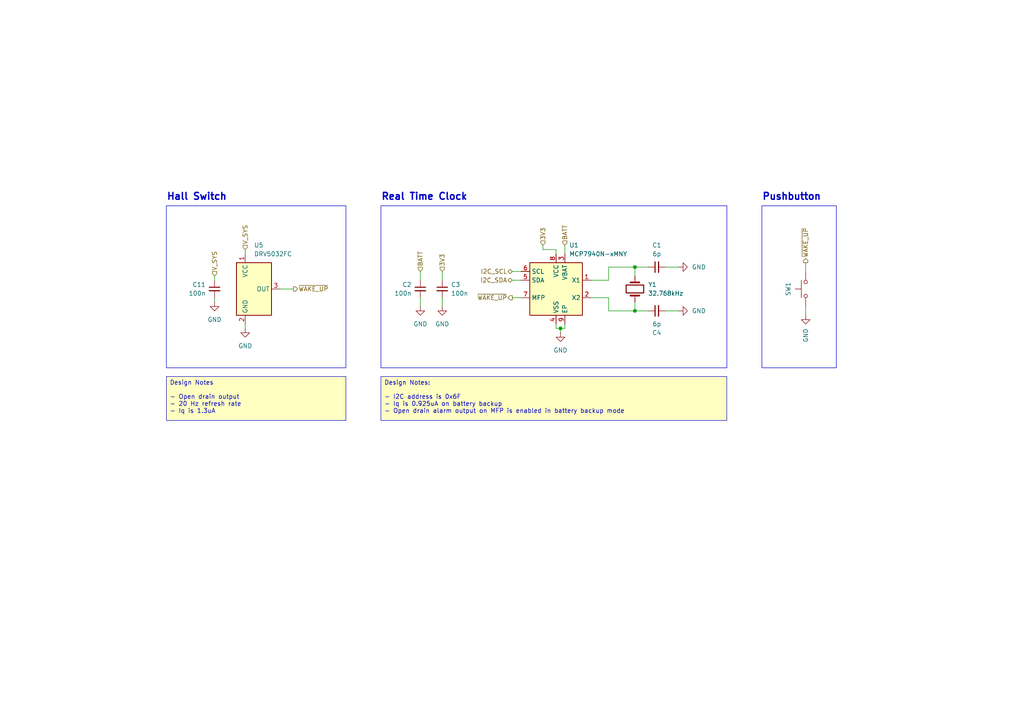
<source format=kicad_sch>
(kicad_sch (version 20250114) (generator "eeschema") (generator_version "9.0")
  (paper "A4")
  (title_block (title "${PROJECT_NAME}") (date "2024-12-01") (comment 1 "Designed by Gus Workman") (comment 4 "Open-drain wakeup sources"))
  (lib_symbols
    (symbol "Device:C_Small" (pin_numbers (hide yes)) (pin_names (offset 0.254) (hide yes))
      (property "Reference" "C" (at 0.254 1.778 0))
      (property "Value" "C_Small" (at 0.254 -2.032 0))
      (symbol "C_Small_0_1"
        (polyline (pts (xy -1.524 0.508) (xy 1.524 0.508)) (stroke (width 0.3048)))
        (polyline (pts (xy -1.524 -0.508) (xy 1.524 -0.508)) (stroke (width 0.3302)))
      )
      (symbol "C_Small_1_1"
        (pin passive line (at 0 2.54 270) (length 2.032) (name "~") (number "1"))
        (pin passive line (at 0 -2.54 90) (length 2.032) (name "~") (number "2"))
      )
    )
    (symbol "Device:Crystal" (pin_numbers (hide yes)) (pin_names (offset 1.016) (hide yes))
      (property "Reference" "Y" (at 0 3.81 0))
      (property "Value" "Crystal" (at 0 -3.81 0))
      (symbol "Crystal_0_1"
        (polyline (pts (xy -2.54 0) (xy -1.905 0)))
        (polyline (pts (xy -1.905 -1.27) (xy -1.905 1.27)) (stroke (width 0.508)))
        (rectangle (start -1.143 2.54) (end 1.143 -2.54) (stroke (width 0.3048)))
        (polyline (pts (xy 1.905 -1.27) (xy 1.905 1.27)) (stroke (width 0.508)))
        (polyline (pts (xy 2.54 0) (xy 1.905 0)))
      )
      (symbol "Crystal_1_1"
        (pin passive line (at -3.81 0 0) (length 1.27) (name "1") (number "1"))
        (pin passive line (at 3.81 0 180) (length 1.27) (name "2") (number "2"))
      )
    )
    (symbol "Switch:SW_Push" (pin_numbers (hide yes)) (pin_names (offset 1.016) (hide yes))
      (property "Reference" "SW" (at 1.27 2.54 0))
      (property "Value" "SW_Push" (at 0 -1.524 0))
      (symbol "SW_Push_0_1"
        (circle (center -2.032 0) (radius 0.508))
        (polyline (pts (xy 0 1.27) (xy 0 3.048)))
        (circle (center 2.032 0) (radius 0.508))
        (polyline (pts (xy 2.54 1.27) (xy -2.54 1.27)))
        (pin passive line (at -5.08 0 0) (length 2.54) (name "1") (number "1"))
        (pin passive line (at 5.08 0 180) (length 2.54) (name "2") (number "2"))
      )
    )
    (symbol "Timer_RTC:MCP7940N-xMNY"
      (property "Reference" "U" (at -6.35 8.89 0))
      (property "Value" "MCP7940N-xMNY" (at 11.43 8.89 0))
      (symbol "MCP7940N-xMNY_0_1"
        (rectangle (start -7.62 7.62) (end 7.62 -7.62) (stroke (width 0.254)) (fill (type background)))
      )
      (symbol "MCP7940N-xMNY_1_1"
        (pin input line (at -10.16 5.08 0) (length 2.54) (name "SCL") (number "6"))
        (pin bidirectional line (at -10.16 2.54 0) (length 2.54) (name "SDA") (number "5"))
        (pin open_collector line (at -10.16 -2.54 0) (length 2.54) (name "MFP") (number "7"))
        (pin power_in line (at 0 10.16 270) (length 2.54) (name "VCC") (number "8"))
        (pin power_in line (at 0 -10.16 90) (length 2.54) (name "VSS") (number "4"))
        (pin power_in line (at 2.54 10.16 270) (length 2.54) (name "VBAT") (number "3"))
        (pin power_in line (at 2.54 -10.16 90) (length 2.54) (name "EP") (number "9"))
        (pin input line (at 10.16 2.54 180) (length 2.54) (name "X1") (number "1"))
        (pin output line (at 10.16 -2.54 180) (length 2.54) (name "X2") (number "2"))
      )
    )
    (symbol "gworkman_sensors:DRV5032xxLPG"
      (property "Reference" "U" (at 5.08 12.7 0))
      (property "Value" "DRV5032xxLPG" (at 7.62 10.16 0))
      (symbol "DRV5032xxLPG_1_1"
        (rectangle (start -5.08 7.62) (end 5.08 -7.62) (stroke (width 0.254)) (fill (type background)))
        (pin power_in line (at -2.54 10.16 270) (length 2.54) (name "VCC") (number "1"))
        (pin power_in line (at -2.54 -10.16 90) (length 2.54) (name "GND") (number "2"))
        (pin open_collector line (at 7.62 0 180) (length 2.54) (name "OUT") (number "3"))
      )
    )
    (symbol "power:GND" (power) (pin_numbers (hide yes)) (pin_names (offset 0) (hide yes))
      (property "Value" "GND" (at 0 -3.81 0))
      (symbol "GND_0_1"
        (polyline (pts (xy 0 0) (xy 0 -1.27) (xy 1.27 -1.27) (xy 0 -2.54) (xy -1.27 -1.27) (xy 0 -1.27)))
      )
      (symbol "GND_1_1"
        (pin power_in line (at 0 0 270) (length 0) (name "~") (number "1"))
      )
    )
  )
  (rectangle (start 220.98 59.69) (end 242.57 106.68))
  (rectangle (start 110.49 59.69) (end 210.82 106.68))
  (rectangle (start 48.26 59.69) (end 100.33 106.68))
  (text "Hall Switch" (at 48.26 57.15 0) (effects (font (size 2 2) (thickness 0.4) (bold yes)) (justify left)))
  (text "Pushbutton" (at 220.98 57.15 0) (effects (font (size 2 2) (thickness 0.4) (bold yes)) (justify left)))
  (text "Real Time Clock" (at 110.49 57.15 0) (effects (font (size 2 2) (thickness 0.4) (bold yes)) (justify left)))
  (text_box "Design Notes\n\n- Open drain output\n- 20 Hz refresh rate\n- Iq is 1.3uA" (at 48.26 109.22 0) (size 52.07 12.7) (margins 0.9525 0.9525 0.9525 0.9525) (fill (type color) (color 255 255 194 1)) (effects (font (size 1.27 1.27)) (justify left top)))
  (text_box "Design Notes:\n\n- I2C address is 0x6F\n- Iq is 0.925uA on battery backup\n- Open drain alarm output on MFP is enabled in battery backup mode" (at 110.49 109.22 0) (size 100.33 12.7) (margins 0.9525 0.9525 0.9525 0.9525) (fill (type color) (color 255 255 194 1)) (effects (font (size 1.27 1.27) (thickness 0.1588)) (justify left top)))
  (junction (at 162.56 95.25))
  (junction (at 184.15 90.17))
  (junction (at 184.15 77.47))
  (wire (pts (xy 162.56 95.25) (xy 162.56 96.52)))
  (wire (pts (xy 162.56 95.25) (xy 161.29 95.25)))
  (wire (pts (xy 128.27 78.74) (xy 128.27 81.28)))
  (wire (pts (xy 233.68 76.2) (xy 233.68 78.74)))
  (wire (pts (xy 171.45 86.36) (xy 176.53 86.36)))
  (wire (pts (xy 81.28 83.82) (xy 85.09 83.82)))
  (wire (pts (xy 121.92 78.74) (xy 121.92 81.28)))
  (wire (pts (xy 176.53 90.17) (xy 184.15 90.17)))
  (wire (pts (xy 176.53 77.47) (xy 176.53 81.28)))
  (wire (pts (xy 157.48 72.39) (xy 157.48 71.12)))
  (wire (pts (xy 184.15 90.17) (xy 187.96 90.17)))
  (wire (pts (xy 62.23 80.01) (xy 62.23 81.28)))
  (wire (pts (xy 184.15 77.47) (xy 184.15 80.01)))
  (wire (pts (xy 62.23 86.36) (xy 62.23 87.63)))
  (wire (pts (xy 71.12 93.98) (xy 71.12 95.25)))
  (wire (pts (xy 71.12 72.39) (xy 71.12 73.66)))
  (wire (pts (xy 233.68 91.44) (xy 233.68 88.9)))
  (wire (pts (xy 193.04 77.47) (xy 196.85 77.47)))
  (wire (pts (xy 163.83 95.25) (xy 163.83 93.98)))
  (wire (pts (xy 121.92 86.36) (xy 121.92 88.9)))
  (wire (pts (xy 148.59 81.28) (xy 151.13 81.28)))
  (wire (pts (xy 148.59 86.36) (xy 151.13 86.36)))
  (wire (pts (xy 184.15 77.47) (xy 176.53 77.47)))
  (wire (pts (xy 162.56 95.25) (xy 163.83 95.25)))
  (wire (pts (xy 161.29 95.25) (xy 161.29 93.98)))
  (wire (pts (xy 148.59 78.74) (xy 151.13 78.74)))
  (wire (pts (xy 184.15 77.47) (xy 187.96 77.47)))
  (wire (pts (xy 171.45 81.28) (xy 176.53 81.28)))
  (wire (pts (xy 161.29 72.39) (xy 161.29 73.66)))
  (wire (pts (xy 176.53 86.36) (xy 176.53 90.17)))
  (wire (pts (xy 128.27 86.36) (xy 128.27 88.9)))
  (wire (pts (xy 157.48 72.39) (xy 161.29 72.39)))
  (wire (pts (xy 184.15 90.17) (xy 184.15 87.63)))
  (wire (pts (xy 163.83 71.12) (xy 163.83 73.66)))
  (wire (pts (xy 193.04 90.17) (xy 196.85 90.17)))
  (hierarchical_label "3V3" (shape input) (at 128.27 78.74 90))
  (hierarchical_label "BATT" (shape input) (at 121.92 78.74 90))
  (hierarchical_label "I2C_SCL" (shape bidirectional) (at 148.59 78.74 180) (effects (font (thickness 0.1588))))
  (hierarchical_label "V_SYS" (shape input) (at 62.23 80.01 90))
  (hierarchical_label "BATT" (shape input) (at 163.83 71.12 90))
  (hierarchical_label "~{WAKE_UP}" (shape output) (at 233.68 76.2 90) (effects (font (thickness 0.1588))))
  (hierarchical_label "3V3" (shape input) (at 157.48 71.12 90))
  (hierarchical_label "V_SYS" (shape input) (at 71.12 72.39 90))
  (hierarchical_label "I2C_SDA" (shape bidirectional) (at 148.59 81.28 180) (effects (font (thickness 0.1588))))
  (hierarchical_label "~{WAKE_UP}" (shape output) (at 148.59 86.36 180) (effects (font (thickness 0.1588))))
  (hierarchical_label "~{WAKE_UP}" (shape output) (at 85.09 83.82 0) (effects (font (thickness 0.1588))))
  (symbol (lib_id "Timer_RTC:MCP7940N-xMNY") (at 161.29 83.82 0) (unit 1)
    (property "Reference" "U1" (at 165.1 71.12 0) (effects (justify left)))
    (property "Value" "MCP7940N-xMNY" (at 165.1 73.66 0) (effects (justify left)))
    (property "Footprint" "Package_DFN_QFN:DFN-8-1EP_3x2mm_P0.5mm_EP1.36x1.46mm" (effects (hide yes)))
    (property "Datasheet" "http://ww1.microchip.com/downloads/en/DeviceDoc/20005010F.pdf" (effects (hide yes)))
    (property "Description" "Real-Time Clock, I2C, Battery Backup, TDFN-8" (effects (hide yes)))
    (property "MPN" "MCP7940NT-I/MNY" (effects (hide yes)))
    (property "DigiKey" "MCP7940NT-I/MNYCT-ND" (effects (hide yes)))
    (property "LCSC" "C623889" (effects (hide yes)))
  )
  (symbol (lib_id "power:GND") (at 71.12 95.25 0) (unit 1)
    (property "Reference" "#PWR042" (effects (hide yes)))
    (property "Value" "GND" (at 71.12 100.33 0))
    (property "Description" "Power symbol creates a global label with name \"GND\" , ground" (effects (hide yes)))
  )
  (symbol (lib_id "power:GND") (at 121.92 88.9 0) (unit 1)
    (property "Reference" "#PWR010" (effects (hide yes)))
    (property "Value" "GND" (at 121.92 93.98 0))
    (property "Description" "Power symbol creates a global label with name \"GND\" , ground" (effects (hide yes)))
  )
  (symbol (lib_id "gworkman_sensors:DRV5032xxLPG") (at 73.66 83.82 0) (unit 1)
    (property "Reference" "U5" (at 73.66 71.12 0) (effects (justify left)))
    (property "Value" "DRV5032FC" (at 73.66 73.66 0) (effects (justify left)))
    (property "Footprint" "Package_TO_SOT_THT:TO-92Flat" (effects (hide yes)))
    (property "Datasheet" "https://www.ti.com/lit/ds/symlink/drv5032.pdf" (effects (hide yes)))
    (property "Description" "Ultra-low-power Hall effect sensor, digital switch, multiple thresholds, 1.65V-5.5V, omnipolar/unipolar, TO-92" (effects (hide yes)))
    (property "MPN" "DRV5032FCLPGM" (effects (hide yes)))
    (property "DigiKey" "296-DRV5032FCLPGMCT-ND" (effects (hide yes)))
    (property "LCSC" "C2866256" (effects (hide yes)))
  )
  (symbol (lib_id "power:GND") (at 233.68 91.44 0) (mirror y) (unit 1)
    (property "Reference" "#PWR039" (effects (hide yes)))
    (property "Value" "GND" (at 233.6799 95.25 90) (effects (justify right)))
    (property "Description" "Power symbol creates a global label with name \"GND\" , ground" (effects (hide yes)))
  )
  (symbol (lib_id "Device:C_Small") (at 190.5 77.47 90) (unit 1)
    (property "Reference" "C1" (at 190.5063 71.12 90))
    (property "Value" "6p" (at 190.5063 73.66 90))
    (property "Footprint" "Capacitor_SMD:C_0402_1005Metric" (effects (hide yes)))
    (property "Description" "generic 0603 capacitor, 1%, low ESR" (effects (hide yes)))
    (property "LCSC" "C437444" (effects (hide yes)))
    (property "DigiKey" "490-GCM1555C1H6R0DA16DCT-ND" (effects (hide yes)))
    (property "MPN" "GCM1555C1H6R0DA16D" (effects (hide yes)))
  )
  (symbol (lib_id "power:GND") (at 128.27 88.9 0) (unit 1)
    (property "Reference" "#PWR011" (effects (hide yes)))
    (property "Value" "GND" (at 128.27 93.98 0))
    (property "Description" "Power symbol creates a global label with name \"GND\" , ground" (effects (hide yes)))
  )
  (symbol (lib_id "Device:C_Small") (at 190.5 90.17 90) (mirror x) (unit 1)
    (property "Reference" "C4" (at 190.5063 96.52 90))
    (property "Value" "6p" (at 190.5063 93.98 90))
    (property "Footprint" "Capacitor_SMD:C_0402_1005Metric" (effects (hide yes)))
    (property "Description" "generic 0603 capacitor, 1%, low ESR" (effects (hide yes)))
    (property "LCSC" "C437444" (effects (hide yes)))
    (property "DigiKey" "490-GCM1555C1H6R0DA16DCT-ND" (effects (hide yes)))
    (property "MPN" "GCM1555C1H6R0DA16D" (effects (hide yes)))
  )
  (symbol (lib_id "Switch:SW_Push") (at 233.68 83.82 90) (mirror x) (unit 1)
    (property "Reference" "SW1" (at 228.6 83.82 0))
    (property "Value" "SW_Push" (effects (hide yes)))
    (property "Footprint" "Button_Switch_SMD:SW_Push_1P1T_NO_CK_KMR2" (effects (hide yes)))
    (property "Description" "Push button switch, generic, two pins" (effects (hide yes)))
    (property "LCSC" "C221678" (effects (hide yes)))
    (property "DigiKey" "401-1428-1-ND" (effects (hide yes)))
    (property "MPN" "KMR223GLFG" (effects (hide yes)))
  )
  (symbol (lib_id "power:GND") (at 196.85 90.17 90) (unit 1)
    (property "Reference" "#PWR012" (effects (hide yes)))
    (property "Value" "GND" (at 200.66 90.1699 90) (effects (justify right)))
    (property "Description" "Power symbol creates a global label with name \"GND\" , ground" (effects (hide yes)))
  )
  (symbol (lib_id "power:GND") (at 162.56 96.52 0) (unit 1)
    (property "Reference" "#PWR013" (effects (hide yes)))
    (property "Value" "GND" (at 162.56 101.6 0))
    (property "Description" "Power symbol creates a global label with name \"GND\" , ground" (effects (hide yes)))
  )
  (symbol (lib_id "Device:C_Small") (at 128.27 83.82 0) (unit 1)
    (property "Reference" "C3" (at 130.81 82.5562 0) (effects (justify left)))
    (property "Value" "100n" (at 130.81 85.0962 0) (effects (justify left)))
    (property "Footprint" "Capacitor_SMD:C_0402_1005Metric" (effects (hide yes)))
    (property "Description" "generic 0603 capacitor, 10V, low ESR" (effects (hide yes)))
    (property "LCSC" "C71629" (effects (hide yes)))
    (property "DigiKey" "490-6328-1-ND" (effects (hide yes)))
    (property "MPN" "GRM155R71C104KA88J" (effects (hide yes)))
  )
  (symbol (lib_id "power:GND") (at 196.85 77.47 90) (unit 1)
    (property "Reference" "#PWR05" (effects (hide yes)))
    (property "Value" "GND" (at 200.66 77.4699 90) (effects (justify right)))
    (property "Description" "Power symbol creates a global label with name \"GND\" , ground" (effects (hide yes)))
  )
  (symbol (lib_id "power:GND") (at 62.23 87.63 0) (unit 1)
    (property "Reference" "#PWR037" (effects (hide yes)))
    (property "Value" "GND" (at 62.23 92.71 0))
    (property "Description" "Power symbol creates a global label with name \"GND\" , ground" (effects (hide yes)))
  )
  (symbol (lib_id "Device:C_Small") (at 62.23 83.82 0) (mirror y) (unit 1)
    (property "Reference" "C11" (at 59.69 82.5562 0) (effects (justify left)))
    (property "Value" "100n" (at 59.69 85.0962 0) (effects (justify left)))
    (property "Footprint" "Capacitor_SMD:C_0402_1005Metric" (effects (hide yes)))
    (property "Description" "generic 0603 capacitor, 10V, low ESR" (effects (hide yes)))
    (property "LCSC" "C71629" (effects (hide yes)))
    (property "DigiKey" "490-6328-1-ND" (effects (hide yes)))
    (property "MPN" "GRM155R71C104KA88J" (effects (hide yes)))
  )
  (symbol (lib_id "Device:C_Small") (at 121.92 83.82 0) (mirror y) (unit 1)
    (property "Reference" "C2" (at 119.38 82.5562 0) (effects (justify left)))
    (property "Value" "100n" (at 119.38 85.0962 0) (effects (justify left)))
    (property "Footprint" "Capacitor_SMD:C_0402_1005Metric" (effects (hide yes)))
    (property "Description" "generic 0603 capacitor, 10V, low ESR" (effects (hide yes)))
    (property "LCSC" "C71629" (effects (hide yes)))
    (property "DigiKey" "490-6328-1-ND" (effects (hide yes)))
    (property "MPN" "GRM155R71C104KA88J" (effects (hide yes)))
  )
  (symbol (lib_id "Device:Crystal") (at 184.15 83.82 90) (unit 1)
    (property "Reference" "Y1" (at 187.96 82.5499 90) (effects (justify right)))
    (property "Value" "32.768kHz" (at 187.96 85.0899 90) (effects (justify right)))
    (property "Footprint" "Crystal:Crystal_SMD_2012-2Pin_2.0x1.2mm" (effects (hide yes)))
    (property "Description" "generic 32.768kHz crystal, 3215 2pin" (effects (hide yes)))
    (property "MPN" "ECS-.327-7-12-TR" (effects (hide yes)))
    (property "DigiKey" "XC1946CT-ND" (effects (hide yes)))
    (property "LCSC" "C3015107" (effects (hide yes)))
  )
)
</source>
